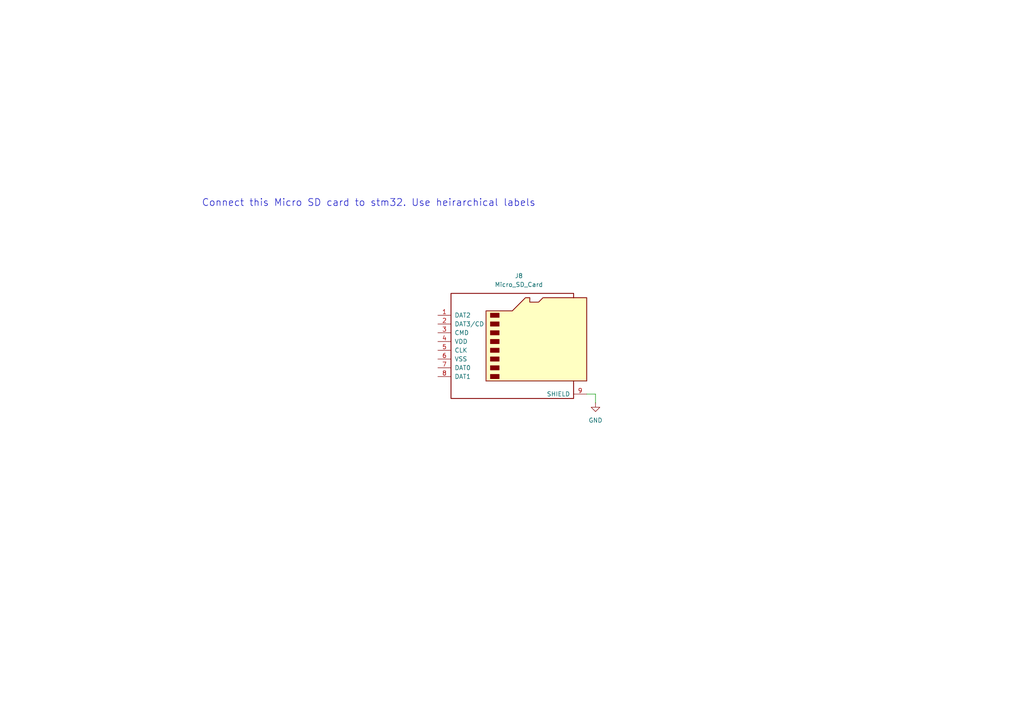
<source format=kicad_sch>
(kicad_sch (version 20231120) (generator "eeschema") (generator_version "8.0")
  (paper "A4")
  (lib_symbols
    (symbol "Connector:Micro_SD_Card" (pin_names (offset 1.016))
      (property "Reference" "J" (at -16.51 15.24 0))
      (property "Value" "Micro_SD_Card" (at 16.51 15.24 0))
      (symbol "Micro_SD_Card_0_1"
        (rectangle (start -7.62 -9.525) (end -5.08 -10.795) (fill (type outline)))
        (rectangle (start -7.62 -6.985) (end -5.08 -8.255) (fill (type outline)))
        (rectangle (start -7.62 -4.445) (end -5.08 -5.715) (fill (type outline)))
        (rectangle (start -7.62 -1.905) (end -5.08 -3.175) (fill (type outline)))
        (rectangle (start -7.62 0.635) (end -5.08 -0.635) (fill (type outline)))
        (rectangle (start -7.62 3.175) (end -5.08 1.905) (fill (type outline)))
        (rectangle (start -7.62 5.715) (end -5.08 4.445) (fill (type outline)))
        (rectangle (start -7.62 8.255) (end -5.08 6.985) (fill (type outline)))
        (polyline (pts (xy 16.51 12.7) (xy 16.51 13.97) (xy -19.05 13.97) (xy -19.05 -16.51) (xy 16.51 -16.51) (xy 16.51 -11.43)) (stroke (width 0.254)))
        (polyline (pts (xy -8.89 -11.43) (xy -8.89 8.89) (xy -1.27 8.89) (xy 2.54 12.7) (xy 3.81 12.7) (xy 3.81 11.43) (xy 6.35 11.43) (xy 7.62 12.7) (xy 20.32 12.7) (xy 20.32 -11.43) (xy -8.89 -11.43)) (stroke (width 0.254)) (fill (type background)))
      )
      (symbol "Micro_SD_Card_1_1"
        (pin bidirectional line (at -22.86 7.62 0) (length 3.81) (name "DAT2") (number "1"))
        (pin bidirectional line (at -22.86 5.08 0) (length 3.81) (name "DAT3/CD") (number "2"))
        (pin input line (at -22.86 2.54 0) (length 3.81) (name "CMD") (number "3"))
        (pin power_in line (at -22.86 0 0) (length 3.81) (name "VDD") (number "4"))
        (pin input line (at -22.86 -2.54 0) (length 3.81) (name "CLK") (number "5"))
        (pin power_in line (at -22.86 -5.08 0) (length 3.81) (name "VSS") (number "6"))
        (pin bidirectional line (at -22.86 -7.62 0) (length 3.81) (name "DAT0") (number "7"))
        (pin bidirectional line (at -22.86 -10.16 0) (length 3.81) (name "DAT1") (number "8"))
        (pin passive line (at 20.32 -15.24 180) (length 3.81) (name "SHIELD") (number "9"))
      )
    )
    (symbol "power:GND" (power) (pin_numbers hide) (pin_names (offset 0) hide)
      (property "Value" "GND" (at 0 -3.81 0))
      (symbol "GND_0_1"
        (polyline (pts (xy 0 0) (xy 0 -1.27) (xy 1.27 -1.27) (xy 0 -2.54) (xy -1.27 -1.27) (xy 0 -1.27)))
      )
      (symbol "GND_1_1"
        (pin power_in line (at 0 0 270) (length 0) (name "~") (number "1"))
      )
    )
  )
  (wire (pts (xy 172.72 116.84) (xy 172.72 114.3)))
  (wire (pts (xy 172.72 114.3) (xy 170.18 114.3)))
  (text "Connect this Micro SD card to stm32. Use heirarchical labels" (at 106.934 58.928 0) (effects (font (size 2.032 2.032))))
  (symbol (lib_id "Connector:Micro_SD_Card") (at 149.86 99.06 0) (unit 1)
    (property "Reference" "J8" (at 150.495 80.01 0))
    (property "Value" "Micro_SD_Card" (at 150.495 82.55 0))
    (property "Footprint" "Connector_Card:microSD_HC_Wuerth_693072010801" (effects (hide yes)))
    (property "Datasheet" "http://katalog.we-online.de/em/datasheet/693072010801.pdf" (effects (hide yes)))
    (property "Description" "Micro SD Card Socket" (effects (hide yes)))
  )
  (symbol (lib_id "power:GND") (at 172.72 116.84 0) (unit 1)
    (property "Reference" "#PWR044" (effects (hide yes)))
    (property "Value" "GND" (at 172.72 121.92 0))
    (property "Description" "Power symbol creates a global label with name \"GND\" , ground" (effects (hide yes)))
  )
)
</source>
